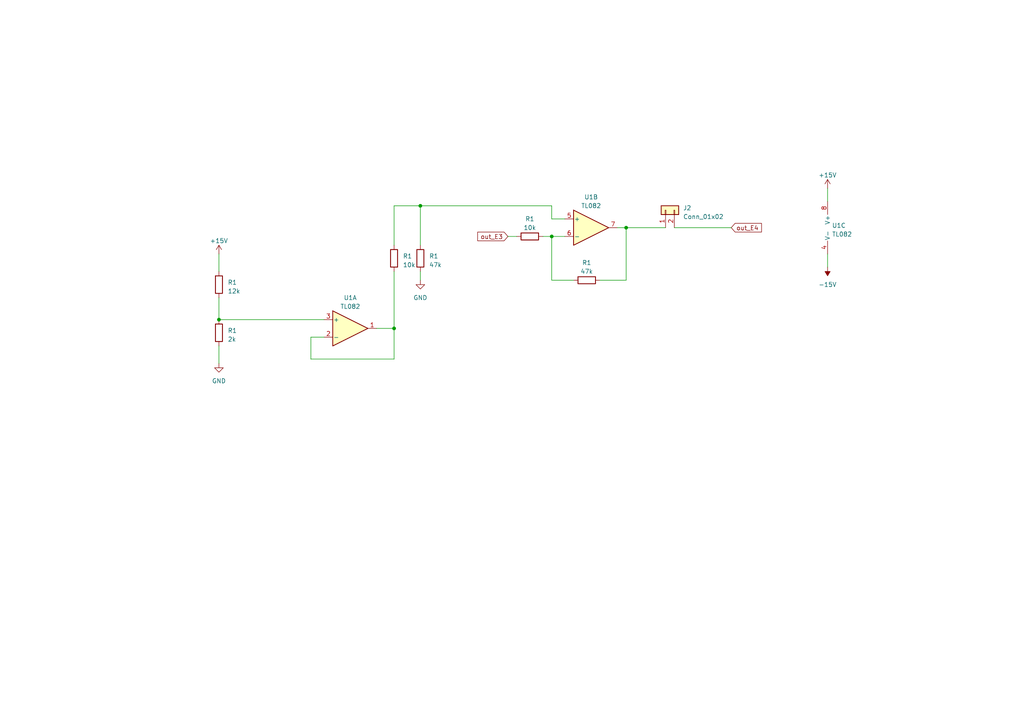
<source format=kicad_sch>
(kicad_sch (version 20230121) (generator eeschema)
  (paper "A4")
  (lib_symbols
    (symbol "Amplifier_Operational:TL082" (pin_names (offset 0.127))
      (property "Reference" "U" (at 0 5.08 0))
      (property "Value" "TL082" (at 0 -5.08 0))
      (symbol "TL082_1_1"
        (polyline (pts (xy -5.08 5.08) (xy 5.08 0) (xy -5.08 -5.08) (xy -5.08 5.08)) (stroke (width 0.254)) (fill (type background)))
        (pin output line (at 7.62 0 180) (length 2.54) (name "~") (number "1"))
        (pin input line (at -7.62 -2.54 0) (length 2.54) (name "-") (number "2"))
        (pin input line (at -7.62 2.54 0) (length 2.54) (name "+") (number "3"))
      )
      (symbol "TL082_2_1"
        (polyline (pts (xy -5.08 5.08) (xy 5.08 0) (xy -5.08 -5.08) (xy -5.08 5.08)) (stroke (width 0.254)) (fill (type background)))
        (pin input line (at -7.62 2.54 0) (length 2.54) (name "+") (number "5"))
        (pin input line (at -7.62 -2.54 0) (length 2.54) (name "-") (number "6"))
        (pin output line (at 7.62 0 180) (length 2.54) (name "~") (number "7"))
      )
      (symbol "TL082_3_1"
        (pin power_in line (at -2.54 -7.62 90) (length 3.81) (name "V-") (number "4"))
        (pin power_in line (at -2.54 7.62 270) (length 3.81) (name "V+") (number "8"))
      )
    )
    (symbol "Connector_Generic:Conn_01x02" (pin_names (offset 1.016) hide)
      (property "Reference" "J" (at 0 2.54 0))
      (property "Value" "Conn_01x02" (at 0 -5.08 0))
      (symbol "Conn_01x02_1_1"
        (rectangle (start -1.27 -2.413) (end 0 -2.667) (stroke (width 0.1524)))
        (rectangle (start -1.27 0.127) (end 0 -0.127) (stroke (width 0.1524)))
        (rectangle (start -1.27 1.27) (end 1.27 -3.81) (stroke (width 0.254)) (fill (type background)))
        (pin passive line (at -5.08 0 0) (length 3.81) (name "Pin_1") (number "1"))
        (pin passive line (at -5.08 -2.54 0) (length 3.81) (name "Pin_2") (number "2"))
      )
    )
    (symbol "Device:R" (pin_numbers hide) (pin_names (offset 0))
      (property "Reference" "R" (at 2.032 0 90))
      (property "Value" "R" (at 0 0 90))
      (symbol "R_0_1"
        (rectangle (start -1.016 -2.54) (end 1.016 2.54) (stroke (width 0.254)))
      )
      (symbol "R_1_1"
        (pin passive line (at 0 3.81 270) (length 1.27) (name "~") (number "1"))
        (pin passive line (at 0 -3.81 90) (length 1.27) (name "~") (number "2"))
      )
    )
    (symbol "power:+15V" (power) (pin_names (offset 0))
      (property "Value" "+15V" (at 0 3.556 0))
      (symbol "+15V_0_1"
        (polyline (pts (xy -0.762 1.27) (xy 0 2.54)))
        (polyline (pts (xy 0 0) (xy 0 2.54)))
        (polyline (pts (xy 0 2.54) (xy 0.762 1.27)))
      )
      (symbol "+15V_1_1"
        (pin power_in line (at 0 0 90) (length 0) hide (name "+15V") (number "1"))
      )
    )
    (symbol "power:-15V" (power) (pin_names (offset 0))
      (property "Value" "-15V" (at 0 3.81 0))
      (symbol "-15V_0_0"
        (pin power_in line (at 0 0 90) (length 0) hide (name "-15V") (number "1"))
      )
      (symbol "-15V_0_1"
        (polyline (pts (xy 0 0) (xy 0 1.27) (xy 0.762 1.27) (xy 0 2.54) (xy -0.762 1.27) (xy 0 1.27)) (fill (type outline)))
      )
    )
    (symbol "power:GND" (power) (pin_names (offset 0))
      (property "Value" "GND" (at 0 -3.81 0))
      (symbol "GND_0_1"
        (polyline (pts (xy 0 0) (xy 0 -1.27) (xy 1.27 -1.27) (xy 0 -2.54) (xy -1.27 -1.27) (xy 0 -1.27)))
      )
      (symbol "GND_1_1"
        (pin power_in line (at 0 0 270) (length 0) hide (name "GND") (number "1"))
      )
    )
  )
  (junction (at 160.02 68.58))
  (junction (at 121.92 59.69))
  (junction (at 63.5 92.71))
  (junction (at 114.3 95.25))
  (junction (at 181.61 66.04))
  (wire (pts (xy 173.99 81.28) (xy 181.61 81.28)))
  (wire (pts (xy 181.61 81.28) (xy 181.61 66.04)))
  (wire (pts (xy 63.5 100.33) (xy 63.5 105.41)))
  (wire (pts (xy 195.58 66.04) (xy 212.09 66.04)))
  (wire (pts (xy 240.03 73.66) (xy 240.03 77.47)))
  (wire (pts (xy 160.02 59.69) (xy 121.92 59.69)))
  (wire (pts (xy 157.48 68.58) (xy 160.02 68.58)))
  (wire (pts (xy 90.17 104.14) (xy 114.3 104.14)))
  (wire (pts (xy 63.5 92.71) (xy 93.98 92.71)))
  (wire (pts (xy 181.61 66.04) (xy 179.07 66.04)))
  (wire (pts (xy 147.32 68.58) (xy 149.86 68.58)))
  (wire (pts (xy 121.92 59.69) (xy 114.3 59.69)))
  (wire (pts (xy 121.92 59.69) (xy 121.92 71.12)))
  (wire (pts (xy 160.02 68.58) (xy 163.83 68.58)))
  (wire (pts (xy 114.3 59.69) (xy 114.3 71.12)))
  (wire (pts (xy 114.3 95.25) (xy 114.3 78.74)))
  (wire (pts (xy 160.02 81.28) (xy 160.02 68.58)))
  (wire (pts (xy 181.61 66.04) (xy 193.04 66.04)))
  (wire (pts (xy 63.5 86.36) (xy 63.5 92.71)))
  (wire (pts (xy 160.02 63.5) (xy 160.02 59.69)))
  (wire (pts (xy 93.98 97.79) (xy 90.17 97.79)))
  (wire (pts (xy 163.83 63.5) (xy 160.02 63.5)))
  (wire (pts (xy 240.03 54.61) (xy 240.03 58.42)))
  (wire (pts (xy 114.3 104.14) (xy 114.3 95.25)))
  (wire (pts (xy 121.92 78.74) (xy 121.92 81.28)))
  (wire (pts (xy 63.5 73.66) (xy 63.5 78.74)))
  (wire (pts (xy 166.37 81.28) (xy 160.02 81.28)))
  (wire (pts (xy 109.22 95.25) (xy 114.3 95.25)))
  (wire (pts (xy 90.17 97.79) (xy 90.17 104.14)))
  (global_label "out_E3" (shape input) (at 147.32 68.58 180) (property "Intersheetrefs" "${INTERSHEET_REFS}" (effects hide)))
  (global_label "out_E4" (shape input) (at 212.09 66.04 0) (property "Intersheetrefs" "${INTERSHEET_REFS}" (effects hide)))
  (symbol (lib_id "power:+15V") (at 240.03 54.61 0) (unit 1)
    (property "Reference" "#PWR07" (effects hide))
    (property "Value" "+15V" (at 240.03 50.8 0))
    (instances (project "op" (path "" (reference "#PWR07") (unit 1)) (path "" (reference "#PWR018") (unit 1))))
  )
  (symbol (lib_id "Connector_Generic:Conn_01x02") (at 193.04 60.96 90) (unit 1)
    (property "Reference" "J2" (at 198.12 60.325 90) (effects (justify right)))
    (property "Value" "Conn_01x02" (at 198.12 62.865 90) (effects (justify right)))
    (property "Footprint" "Connector_PinHeader_2.00mm:PinHeader_1x02_P2.00mm_Vertical" (effects hide))
    (instances (project "op" (path "" (reference "J2") (unit 1)) (path "" (reference "J4") (unit 1)) (path "" (reference "J15") (unit 1))))
  )
  (symbol (lib_id "Device:R") (at 63.5 96.52 0) (unit 1)
    (property "Reference" "R1" (at 66.04 95.885 0) (effects (justify left)))
    (property "Value" "2k" (at 66.04 98.425 0) (effects (justify left)))
    (property "Footprint" "Resistor_THT:R_Axial_DIN0207_L6.3mm_D2.5mm_P10.16mm_Horizontal" (effects hide))
    (instances (project "op" (path "" (reference "R1") (unit 1)) (path "" (reference "R4") (unit 1)) (path "" (reference "R15") (unit 1))))
  )
  (symbol (lib_id "Device:R") (at 153.67 68.58 90) (unit 1)
    (property "Reference" "R1" (at 153.67 63.5 90))
    (property "Value" "10k" (at 153.67 66.04 90))
    (property "Footprint" "Resistor_THT:R_Axial_DIN0207_L6.3mm_D2.5mm_P10.16mm_Horizontal" (effects hide))
    (instances (project "op" (path "" (reference "R1") (unit 1)) (path "" (reference "R7") (unit 1)) (path "" (reference "R18") (unit 1))))
  )
  (symbol (lib_id "Amplifier_Operational:TL082") (at 242.57 66.04 0) (unit 3)
    (property "Reference" "U1" (at 241.3 65.405 0) (effects (justify left)))
    (property "Value" "TL082" (at 241.3 67.945 0) (effects (justify left)))
    (property "Footprint" "Package_DIP:DIP-8_W10.16mm_LongPads" (effects hide))
    (property "Datasheet" "http://www.ti.com/lit/ds/symlink/tl081.pdf" (effects hide))
    (instances (project "op" (path "" (reference "U1") (unit 3)) (path "" (reference "U3") (unit 3)) (path "" (reference "U3") (unit 3))))
  )
  (symbol (lib_id "power:-15V") (at 240.03 77.47 180) (unit 1)
    (property "Reference" "#PWR08" (effects hide))
    (property "Value" "-15V" (at 240.03 82.55 0))
    (instances (project "op" (path "" (reference "#PWR08") (unit 1)) (path "" (reference "#PWR019") (unit 1))))
  )
  (symbol (lib_id "Amplifier_Operational:TL082") (at 101.6 95.25 0) (unit 1)
    (property "Reference" "U1" (at 101.6 86.36 0))
    (property "Value" "TL082" (at 101.6 88.9 0))
    (property "Footprint" "Package_DIP:DIP-8_W10.16mm_LongPads" (effects hide))
    (property "Datasheet" "http://www.ti.com/lit/ds/symlink/tl081.pdf" (effects hide))
    (instances (project "op" (path "" (reference "U1") (unit 1)) (path "" (reference "U3") (unit 1)) (path "" (reference "U3") (unit 1))))
  )
  (symbol (lib_id "power:+15V") (at 63.5 73.66 0) (unit 1)
    (property "Reference" "#PWR04" (effects hide))
    (property "Value" "+15V" (at 63.5 69.85 0))
    (instances (project "op" (path "" (reference "#PWR04") (unit 1)) (path "" (reference "#PWR015") (unit 1))))
  )
  (symbol (lib_id "power:GND") (at 63.5 105.41 0) (unit 1)
    (property "Reference" "#PWR05" (effects hide))
    (property "Value" "GND" (at 63.5 110.49 0))
    (instances (project "op" (path "" (reference "#PWR05") (unit 1)) (path "" (reference "#PWR016") (unit 1))))
  )
  (symbol (lib_id "Device:R") (at 170.18 81.28 90) (unit 1)
    (property "Reference" "R1" (at 170.18 76.2 90))
    (property "Value" "47k" (at 170.18 78.74 90))
    (property "Footprint" "Resistor_THT:R_Axial_DIN0207_L6.3mm_D2.5mm_P10.16mm_Horizontal" (effects hide))
    (instances (project "op" (path "" (reference "R1") (unit 1)) (path "" (reference "R8") (unit 1)) (path "" (reference "R19") (unit 1))))
  )
  (symbol (lib_id "Device:R") (at 63.5 82.55 0) (unit 1)
    (property "Reference" "R1" (at 66.04 81.915 0) (effects (justify left)))
    (property "Value" "12k" (at 66.04 84.455 0) (effects (justify left)))
    (property "Footprint" "Resistor_THT:R_Axial_DIN0207_L6.3mm_D2.5mm_P10.16mm_Horizontal" (effects hide))
    (instances (project "op" (path "" (reference "R1") (unit 1)) (path "" (reference "R3") (unit 1)) (path "" (reference "R14") (unit 1))))
  )
  (symbol (lib_id "Device:R") (at 121.92 74.93 0) (unit 1)
    (property "Reference" "R1" (at 124.46 74.295 0) (effects (justify left)))
    (property "Value" "47k" (at 124.46 76.835 0) (effects (justify left)))
    (property "Footprint" "Resistor_THT:R_Axial_DIN0207_L6.3mm_D2.5mm_P10.16mm_Horizontal" (effects hide))
    (instances (project "op" (path "" (reference "R1") (unit 1)) (path "" (reference "R6") (unit 1)) (path "" (reference "R17") (unit 1))))
  )
  (symbol (lib_id "Amplifier_Operational:TL082") (at 171.45 66.04 0) (unit 2)
    (property "Reference" "U1" (at 171.45 57.15 0))
    (property "Value" "TL082" (at 171.45 59.69 0))
    (property "Footprint" "Package_DIP:DIP-8_W10.16mm_LongPads" (effects hide))
    (property "Datasheet" "http://www.ti.com/lit/ds/symlink/tl081.pdf" (effects hide))
    (instances (project "op" (path "" (reference "U1") (unit 2)) (path "" (reference "U2") (unit 2)) (path "" (reference "U2") (unit 2)) (path "" (reference "U3") (unit 2))))
  )
  (symbol (lib_id "power:GND") (at 121.92 81.28 0) (unit 1)
    (property "Reference" "#PWR06" (effects hide))
    (property "Value" "GND" (at 121.92 86.36 0))
    (instances (project "op" (path "" (reference "#PWR06") (unit 1)) (path "" (reference "#PWR017") (unit 1))))
  )
  (symbol (lib_id "Device:R") (at 114.3 74.93 0) (unit 1)
    (property "Reference" "R1" (at 116.84 74.295 0) (effects (justify left)))
    (property "Value" "10k" (at 116.84 76.835 0) (effects (justify left)))
    (property "Footprint" "Resistor_THT:R_Axial_DIN0207_L6.3mm_D2.5mm_P10.16mm_Horizontal" (effects hide))
    (instances (project "op" (path "" (reference "R1") (unit 1)) (path "" (reference "R5") (unit 1)) (path "" (reference "R16") (unit 1))))
  )
)
</source>
